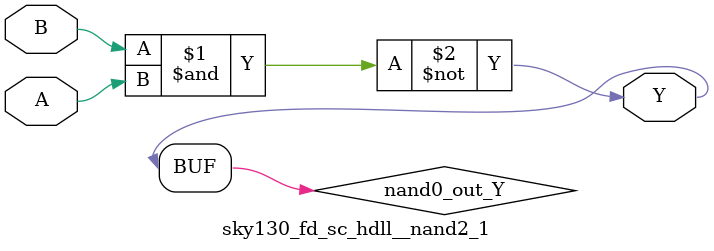
<source format=v>
/*
 * Copyright 2020 The SkyWater PDK Authors
 *
 * Licensed under the Apache License, Version 2.0 (the "License");
 * you may not use this file except in compliance with the License.
 * You may obtain a copy of the License at
 *
 *     https://www.apache.org/licenses/LICENSE-2.0
 *
 * Unless required by applicable law or agreed to in writing, software
 * distributed under the License is distributed on an "AS IS" BASIS,
 * WITHOUT WARRANTIES OR CONDITIONS OF ANY KIND, either express or implied.
 * See the License for the specific language governing permissions and
 * limitations under the License.
 *
 * SPDX-License-Identifier: Apache-2.0
*/


`ifndef SKY130_FD_SC_HDLL__NAND2_1_FUNCTIONAL_V
`define SKY130_FD_SC_HDLL__NAND2_1_FUNCTIONAL_V

/**
 * nand2: 2-input NAND.
 *
 * Verilog simulation functional model.
 */

`timescale 1ns / 1ps
`default_nettype none

`celldefine
module sky130_fd_sc_hdll__nand2_1 (
    Y,
    A,
    B
);

    // Module ports
    output Y;
    input  A;
    input  B;

    // Local signals
    wire nand0_out_Y;

    //   Name   Output       Other arguments
    nand nand0 (nand0_out_Y, B, A           );
    buf  buf0  (Y          , nand0_out_Y    );

endmodule
`endcelldefine

`default_nettype wire
`endif  // SKY130_FD_SC_HDLL__NAND2_1_FUNCTIONAL_V

</source>
